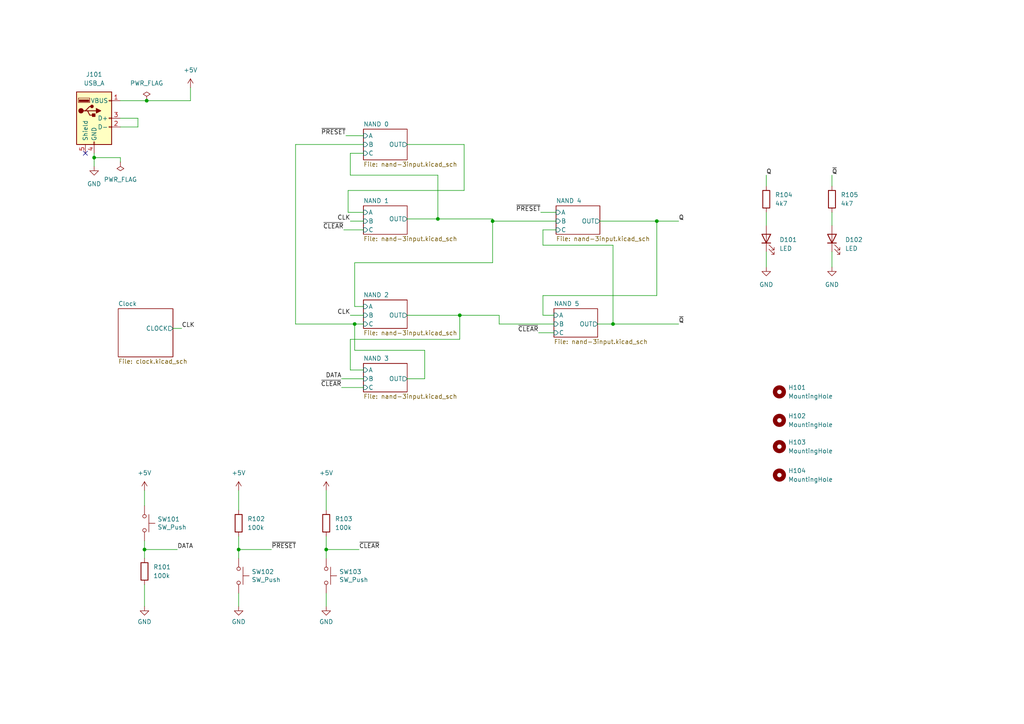
<source format=kicad_sch>
(kicad_sch (version 20211123) (generator eeschema)
  (paper "A4")
  (lib_symbols
    (symbol "+5V_1" (power) (pin_names (offset 0))
      (property "Value" "+5V_1" (at 0 3.556 0))
      (symbol "+5V_1_0_1"
        (polyline (pts (xy -0.762 1.27) (xy 0 2.54)))
        (polyline (pts (xy 0 0) (xy 0 2.54)))
        (polyline (pts (xy 0 2.54) (xy 0.762 1.27)))
      )
      (symbol "+5V_1_1_1"
        (pin power_in line (at 0 0 90) (length 0) hide (name "+5V") (number "1"))
      )
    )
    (symbol "Connector:USB_A" (pin_names (offset 1.016))
      (property "Reference" "J" (at -5.08 11.43 0))
      (property "Value" "USB_A" (at -5.08 8.89 0))
      (symbol "USB_A_0_1"
        (rectangle (start -5.08 -7.62) (end 5.08 7.62) (stroke (width 0.254)) (fill (type background)))
        (circle (center -3.81 2.159) (radius 0.635) (stroke (width 0.254)) (fill (type outline)))
        (rectangle (start -1.524 4.826) (end -4.318 5.334) (fill (type outline)))
        (rectangle (start -1.27 4.572) (end -4.572 5.842))
        (circle (center -0.635 3.429) (radius 0.381) (stroke (width 0.254)) (fill (type outline)))
        (rectangle (start -0.127 -7.62) (end 0.127 -6.858))
        (polyline (pts (xy -3.175 2.159) (xy -2.54 2.159) (xy -1.27 3.429) (xy -0.635 3.429)) (stroke (width 0.254)))
        (polyline (pts (xy -2.54 2.159) (xy -1.905 2.159) (xy -1.27 0.889) (xy 0 0.889)) (stroke (width 0.254)))
        (polyline (pts (xy 0.635 2.794) (xy 0.635 1.524) (xy 1.905 2.159) (xy 0.635 2.794)) (stroke (width 0.254)) (fill (type outline)))
        (rectangle (start 0.254 1.27) (end -0.508 0.508) (stroke (width 0.254)) (fill (type outline)))
        (rectangle (start 5.08 -2.667) (end 4.318 -2.413))
        (rectangle (start 5.08 -0.127) (end 4.318 0.127))
        (rectangle (start 5.08 4.953) (end 4.318 5.207))
      )
      (symbol "USB_A_1_1"
        (polyline (pts (xy -1.905 2.159) (xy 0.635 2.159)) (stroke (width 0.254)))
        (pin power_in line (at 7.62 5.08 180) (length 2.54) (name "VBUS") (number "1"))
        (pin bidirectional line (at 7.62 -2.54 180) (length 2.54) (name "D-") (number "2"))
        (pin bidirectional line (at 7.62 0 180) (length 2.54) (name "D+") (number "3"))
        (pin power_in line (at 0 -10.16 90) (length 2.54) (name "GND") (number "4"))
        (pin passive line (at -2.54 -10.16 90) (length 2.54) (name "Shield") (number "5"))
      )
    )
    (symbol "Device:LED" (pin_numbers hide) (pin_names (offset 1.016) hide)
      (property "Reference" "D" (at 0 2.54 0))
      (property "Value" "LED" (at 0 -2.54 0))
      (symbol "LED_0_1"
        (polyline (pts (xy -1.27 -1.27) (xy -1.27 1.27)) (stroke (width 0.254)))
        (polyline (pts (xy -1.27 0) (xy 1.27 0)))
        (polyline (pts (xy 1.27 -1.27) (xy 1.27 1.27) (xy -1.27 0) (xy 1.27 -1.27)) (stroke (width 0.254)))
        (polyline (pts (xy -3.048 -0.762) (xy -4.572 -2.286) (xy -3.81 -2.286) (xy -4.572 -2.286) (xy -4.572 -1.524)))
        (polyline (pts (xy -1.778 -0.762) (xy -3.302 -2.286) (xy -2.54 -2.286) (xy -3.302 -2.286) (xy -3.302 -1.524)))
      )
      (symbol "LED_1_1"
        (pin passive line (at -3.81 0 0) (length 2.54) (name "K") (number "1"))
        (pin passive line (at 3.81 0 180) (length 2.54) (name "A") (number "2"))
      )
    )
    (symbol "Device:R" (pin_numbers hide) (pin_names (offset 0))
      (property "Reference" "R" (at 2.032 0 90))
      (property "Value" "R" (at 0 0 90))
      (symbol "R_0_1"
        (rectangle (start -1.016 -2.54) (end 1.016 2.54) (stroke (width 0.254)))
      )
      (symbol "R_1_1"
        (pin passive line (at 0 3.81 270) (length 1.27) (name "~") (number "1"))
        (pin passive line (at 0 -3.81 90) (length 1.27) (name "~") (number "2"))
      )
    )
    (symbol "GND_1" (power) (pin_names (offset 0))
      (property "Value" "GND_1" (at 0 -3.81 0))
      (symbol "GND_1_0_1"
        (polyline (pts (xy 0 0) (xy 0 -1.27) (xy 1.27 -1.27) (xy 0 -2.54) (xy -1.27 -1.27) (xy 0 -1.27)))
      )
      (symbol "GND_1_1_1"
        (pin power_in line (at 0 0 270) (length 0) hide (name "GND") (number "1"))
      )
    )
    (symbol "GND_2" (power) (pin_names (offset 0))
      (property "Value" "GND_2" (at 0 -3.81 0))
      (symbol "GND_2_0_1"
        (polyline (pts (xy 0 0) (xy 0 -1.27) (xy 1.27 -1.27) (xy 0 -2.54) (xy -1.27 -1.27) (xy 0 -1.27)))
      )
      (symbol "GND_2_1_1"
        (pin power_in line (at 0 0 270) (length 0) hide (name "GND") (number "1"))
      )
    )
    (symbol "Mechanical:MountingHole" (pin_names (offset 1.016))
      (property "Reference" "H" (at 0 5.08 0))
      (property "Value" "MountingHole" (at 0 3.175 0))
      (symbol "MountingHole_0_1"
        (circle (center 0 0) (radius 1.27) (stroke (width 1.27)))
      )
    )
    (symbol "Switch:SW_Push" (pin_numbers hide) (pin_names (offset 1.016) hide)
      (property "Reference" "SW" (at 1.27 2.54 0))
      (property "Value" "SW_Push" (at 0 -1.524 0))
      (symbol "SW_Push_0_1"
        (circle (center -2.032 0) (radius 0.508))
        (polyline (pts (xy 0 1.27) (xy 0 3.048)))
        (polyline (pts (xy 2.54 1.27) (xy -2.54 1.27)))
        (circle (center 2.032 0) (radius 0.508))
        (pin passive line (at -5.08 0 0) (length 2.54) (name "1") (number "1"))
        (pin passive line (at 5.08 0 180) (length 2.54) (name "2") (number "2"))
      )
    )
    (symbol "power:+5V" (power) (pin_names (offset 0))
      (property "Value" "+5V" (at 0 3.556 0))
      (symbol "+5V_0_1"
        (polyline (pts (xy -0.762 1.27) (xy 0 2.54)))
        (polyline (pts (xy 0 0) (xy 0 2.54)))
        (polyline (pts (xy 0 2.54) (xy 0.762 1.27)))
      )
      (symbol "+5V_1_1"
        (pin power_in line (at 0 0 90) (length 0) hide (name "+5V") (number "1"))
      )
    )
    (symbol "power:GND" (power) (pin_names (offset 0))
      (property "Value" "GND" (at 0 -3.81 0))
      (symbol "GND_0_1"
        (polyline (pts (xy 0 0) (xy 0 -1.27) (xy 1.27 -1.27) (xy 0 -2.54) (xy -1.27 -1.27) (xy 0 -1.27)))
      )
      (symbol "GND_1_1"
        (pin power_in line (at 0 0 270) (length 0) hide (name "GND") (number "1"))
      )
    )
    (symbol "power:PWR_FLAG" (power) (pin_numbers hide) (pin_names (offset 0) hide)
      (property "Value" "PWR_FLAG" (at 0 3.81 0))
      (symbol "PWR_FLAG_0_0"
        (pin power_out line (at 0 0 90) (length 0) (name "pwr") (number "1"))
      )
      (symbol "PWR_FLAG_0_1"
        (polyline (pts (xy 0 0) (xy 0 1.27) (xy -1.016 1.905) (xy 0 2.54) (xy 1.016 1.905) (xy 0 1.27)))
      )
    )
  )
  (junction (at 27.305 45.72))
  (junction (at 42.545 29.21))
  (junction (at 102.87 93.98))
  (junction (at 41.91 159.385))
  (junction (at 177.8 93.98))
  (junction (at 69.215 159.385))
  (junction (at 190.5 64.135))
  (junction (at 142.875 64.135))
  (junction (at 94.615 159.385))
  (junction (at 127 63.5))
  (junction (at 133.35 91.44))
  (no_connect (at 24.765 44.45))
  (wire (pts (xy 27.305 45.72) (xy 34.925 45.72)))
  (wire (pts (xy 144.78 93.98) (xy 160.655 93.98)))
  (wire (pts (xy 41.91 142.24) (xy 41.91 146.685)))
  (wire (pts (xy 27.305 44.45) (xy 27.305 45.72)))
  (wire (pts (xy 173.99 64.135) (xy 190.5 64.135)))
  (wire (pts (xy 173.355 93.98) (xy 177.8 93.98)))
  (wire (pts (xy 241.3 73.025) (xy 241.3 77.47)))
  (wire (pts (xy 144.78 91.44) (xy 144.78 93.98)))
  (wire (pts (xy 41.91 169.545) (xy 41.91 175.895)))
  (wire (pts (xy 34.925 34.29) (xy 40.005 34.29)))
  (wire (pts (xy 142.875 76.2) (xy 142.875 64.135)))
  (wire (pts (xy 40.005 34.29) (xy 40.005 36.83)))
  (wire (pts (xy 105.41 88.9) (xy 102.87 88.9)))
  (wire (pts (xy 55.245 29.21) (xy 55.245 25.4)))
  (wire (pts (xy 94.615 172.085) (xy 94.615 175.895)))
  (wire (pts (xy 99.06 109.855) (xy 105.41 109.855)))
  (wire (pts (xy 94.615 142.24) (xy 94.615 147.955)))
  (wire (pts (xy 241.3 50.8) (xy 241.3 53.975)))
  (wire (pts (xy 127 63.5) (xy 127 50.8)))
  (wire (pts (xy 69.215 159.385) (xy 78.74 159.385)))
  (wire (pts (xy 34.925 36.83) (xy 40.005 36.83)))
  (wire (pts (xy 101.6 64.135) (xy 105.41 64.135)))
  (wire (pts (xy 133.35 98.425) (xy 101.6 98.425)))
  (wire (pts (xy 190.5 85.725) (xy 157.48 85.725)))
  (wire (pts (xy 100.965 61.595) (xy 105.41 61.595)))
  (wire (pts (xy 101.6 50.8) (xy 101.6 44.45)))
  (wire (pts (xy 157.48 91.44) (xy 160.655 91.44)))
  (wire (pts (xy 156.845 61.595) (xy 161.29 61.595)))
  (wire (pts (xy 69.215 142.24) (xy 69.215 147.955)))
  (wire (pts (xy 134.62 55.245) (xy 100.965 55.245)))
  (wire (pts (xy 133.35 91.44) (xy 144.78 91.44)))
  (wire (pts (xy 102.87 101.6) (xy 102.87 93.98)))
  (wire (pts (xy 190.5 64.135) (xy 196.85 64.135)))
  (wire (pts (xy 69.215 172.085) (xy 69.215 175.895)))
  (wire (pts (xy 101.6 107.315) (xy 105.41 107.315)))
  (wire (pts (xy 27.305 45.72) (xy 27.305 48.26)))
  (wire (pts (xy 123.19 101.6) (xy 102.87 101.6)))
  (wire (pts (xy 156.21 96.52) (xy 160.655 96.52)))
  (wire (pts (xy 85.725 41.91) (xy 105.41 41.91)))
  (wire (pts (xy 127 63.5) (xy 142.875 63.5)))
  (wire (pts (xy 134.62 41.91) (xy 134.62 55.245)))
  (wire (pts (xy 142.875 64.135) (xy 161.29 64.135)))
  (wire (pts (xy 101.6 44.45) (xy 105.41 44.45)))
  (wire (pts (xy 101.6 98.425) (xy 101.6 107.315)))
  (wire (pts (xy 190.5 64.135) (xy 190.5 85.725)))
  (wire (pts (xy 133.35 91.44) (xy 133.35 98.425)))
  (wire (pts (xy 85.725 93.98) (xy 85.725 41.91)))
  (wire (pts (xy 41.91 156.845) (xy 41.91 159.385)))
  (wire (pts (xy 118.11 63.5) (xy 127 63.5)))
  (wire (pts (xy 41.91 159.385) (xy 41.91 161.925)))
  (wire (pts (xy 222.25 73.025) (xy 222.25 77.47)))
  (wire (pts (xy 100.965 55.245) (xy 100.965 61.595)))
  (wire (pts (xy 99.695 66.675) (xy 105.41 66.675)))
  (wire (pts (xy 177.8 93.98) (xy 177.8 71.12)))
  (wire (pts (xy 118.11 41.91) (xy 134.62 41.91)))
  (wire (pts (xy 100.33 39.37) (xy 105.41 39.37)))
  (wire (pts (xy 69.215 159.385) (xy 69.215 161.925)))
  (wire (pts (xy 101.6 91.44) (xy 105.41 91.44)))
  (wire (pts (xy 34.925 45.72) (xy 34.925 46.99)))
  (wire (pts (xy 157.48 66.675) (xy 161.29 66.675)))
  (wire (pts (xy 123.19 109.855) (xy 123.19 101.6)))
  (wire (pts (xy 127 50.8) (xy 101.6 50.8)))
  (wire (pts (xy 241.3 61.595) (xy 241.3 65.405)))
  (wire (pts (xy 99.06 112.395) (xy 105.41 112.395)))
  (wire (pts (xy 41.91 159.385) (xy 51.435 159.385)))
  (wire (pts (xy 50.165 95.25) (xy 52.705 95.25)))
  (wire (pts (xy 94.615 155.575) (xy 94.615 159.385)))
  (wire (pts (xy 69.215 155.575) (xy 69.215 159.385)))
  (wire (pts (xy 94.615 159.385) (xy 104.14 159.385)))
  (wire (pts (xy 157.48 85.725) (xy 157.48 91.44)))
  (wire (pts (xy 118.11 109.855) (xy 123.19 109.855)))
  (wire (pts (xy 142.875 63.5) (xy 142.875 64.135)))
  (wire (pts (xy 118.11 91.44) (xy 133.35 91.44)))
  (wire (pts (xy 222.25 50.8) (xy 222.25 53.975)))
  (wire (pts (xy 102.87 93.98) (xy 105.41 93.98)))
  (wire (pts (xy 177.8 93.98) (xy 196.85 93.98)))
  (wire (pts (xy 34.925 29.21) (xy 42.545 29.21)))
  (wire (pts (xy 157.48 71.12) (xy 157.48 66.675)))
  (wire (pts (xy 102.87 93.98) (xy 85.725 93.98)))
  (wire (pts (xy 102.87 76.2) (xy 142.875 76.2)))
  (wire (pts (xy 222.25 61.595) (xy 222.25 65.405)))
  (wire (pts (xy 94.615 159.385) (xy 94.615 161.925)))
  (wire (pts (xy 42.545 29.21) (xy 55.245 29.21)))
  (wire (pts (xy 102.87 88.9) (xy 102.87 76.2)))
  (wire (pts (xy 177.8 71.12) (xy 157.48 71.12)))
  (label "~{CLEAR}" (at 99.06 112.395 180))
  (label "CLK" (at 52.705 95.25 0))
  (label "DATA" (at 99.06 109.855 180))
  (label "CLK" (at 101.6 64.135 180))
  (label "~{PRESET}" (at 156.845 61.595 180))
  (label "~{Q}" (at 196.85 93.98 0))
  (label "~{PRESET}" (at 78.74 159.385 0))
  (label "Q" (at 196.85 64.135 0))
  (label "CLK" (at 101.6 91.44 180))
  (label "Q" (at 222.25 50.8 0))
  (label "DATA" (at 51.435 159.385 0))
  (label "~{Q}" (at 241.3 50.8 0))
  (label "~{CLEAR}" (at 104.14 159.385 0))
  (label "~{PRESET}" (at 100.33 39.37 180))
  (label "~{CLEAR}" (at 99.695 66.675 180))
  (label "~{CLEAR}" (at 156.21 96.52 180))
  (symbol (lib_id "Device:R") (at 222.25 57.785 0) (unit 1)
    (property "Reference" "R104" (at 224.79 56.5149 0) (effects (justify left)))
    (property "Value" "4k7" (at 224.79 59.0549 0) (effects (justify left)))
    (property "Footprint" "Resistor_THT:R_Axial_DIN0207_L6.3mm_D2.5mm_P7.62mm_Horizontal" (effects hide))
  )
  (symbol (lib_id "Device:R") (at 69.215 151.765 0) (unit 1)
    (property "Reference" "R102" (at 71.755 150.4949 0) (effects (justify left)))
    (property "Value" "100k" (at 71.755 153.0349 0) (effects (justify left)))
    (property "Footprint" "Resistor_THT:R_Axial_DIN0207_L6.3mm_D2.5mm_P7.62mm_Horizontal" (effects hide))
  )
  (symbol (lib_id "Mechanical:MountingHole") (at 226.06 121.92 0) (unit 1)
    (property "Reference" "H102" (at 228.6 120.6499 0) (effects (justify left)))
    (property "Value" "MountingHole" (at 228.6 123.1899 0) (effects (justify left)))
    (property "Footprint" "MountingHole:MountingHole_2.2mm_M2" (effects hide))
  )
  (symbol (lib_id "Device:LED") (at 222.25 69.215 90) (unit 1)
    (property "Reference" "D101" (at 226.06 69.5324 90) (effects (justify right)))
    (property "Value" "LED" (at 226.06 72.0724 90) (effects (justify right)))
    (property "Footprint" "LED_THT:LED_D5.0mm" (effects hide))
  )
  (symbol (lib_name "GND_2") (lib_id "power:GND") (at 41.91 175.895 0) (unit 1)
    (property "Reference" "#PWR0103" (effects hide))
    (property "Value" "GND" (at 41.91 180.34 0))
  )
  (symbol (lib_id "power:+5V") (at 55.245 25.4 0) (unit 1)
    (property "Reference" "#PWR0104" (effects hide))
    (property "Value" "+5V" (at 55.245 20.32 0))
  )
  (symbol (lib_name "GND_1") (lib_id "power:GND") (at 241.3 77.47 0) (unit 1)
    (property "Reference" "#PWR0110" (effects hide))
    (property "Value" "GND" (at 241.3 82.55 0))
  )
  (symbol (lib_id "Mechanical:MountingHole") (at 226.06 129.54 0) (unit 1)
    (property "Reference" "H103" (at 228.6 128.2699 0) (effects (justify left)))
    (property "Value" "MountingHole" (at 228.6 130.8099 0) (effects (justify left)))
    (property "Footprint" "MountingHole:MountingHole_2.2mm_M2" (effects hide))
  )
  (symbol (lib_id "Mechanical:MountingHole") (at 226.06 137.795 0) (unit 1)
    (property "Reference" "H104" (at 228.6 136.5249 0) (effects (justify left)))
    (property "Value" "MountingHole" (at 228.6 139.0649 0) (effects (justify left)))
    (property "Footprint" "MountingHole:MountingHole_2.2mm_M2" (effects hide))
  )
  (symbol (lib_name "GND_1") (lib_id "power:GND") (at 222.25 77.47 0) (unit 1)
    (property "Reference" "#PWR0109" (effects hide))
    (property "Value" "GND" (at 222.25 82.55 0))
  )
  (symbol (lib_name "+5V_1") (lib_id "power:+5V") (at 41.91 142.24 0) (unit 1)
    (property "Reference" "#PWR0102" (effects hide))
    (property "Value" "+5V" (at 41.91 137.16 0))
  )
  (symbol (lib_id "Switch:SW_Push") (at 69.215 167.005 270) (unit 1)
    (property "Reference" "SW102" (at 72.9742 165.8366 90) (effects (justify left)))
    (property "Value" "SW_Push" (at 72.9742 168.148 90) (effects (justify left)))
    (property "Footprint" "Button_Switch_THT:SW_PUSH_6mm_H4.3mm" (effects hide))
  )
  (symbol (lib_name "+5V_1") (lib_id "power:+5V") (at 69.215 142.24 0) (unit 1)
    (property "Reference" "#PWR0105" (effects hide))
    (property "Value" "+5V" (at 69.215 137.16 0))
  )
  (symbol (lib_id "power:PWR_FLAG") (at 34.925 46.99 180) (unit 1)
    (property "Reference" "#FLG0101" (effects hide))
    (property "Value" "PWR_FLAG" (at 34.925 52.07 0))
  )
  (symbol (lib_id "Device:R") (at 94.615 151.765 0) (unit 1)
    (property "Reference" "R103" (at 97.155 150.4949 0) (effects (justify left)))
    (property "Value" "100k" (at 97.155 153.0349 0) (effects (justify left)))
    (property "Footprint" "Resistor_THT:R_Axial_DIN0207_L6.3mm_D2.5mm_P7.62mm_Horizontal" (effects hide))
  )
  (symbol (lib_id "Device:LED") (at 241.3 69.215 90) (unit 1)
    (property "Reference" "D102" (at 245.11 69.5324 90) (effects (justify right)))
    (property "Value" "LED" (at 245.11 72.0724 90) (effects (justify right)))
    (property "Footprint" "LED_THT:LED_D5.0mm" (effects hide))
  )
  (symbol (lib_id "Device:R") (at 41.91 165.735 0) (unit 1)
    (property "Reference" "R101" (at 44.45 164.4649 0) (effects (justify left)))
    (property "Value" "100k" (at 44.45 167.0049 0) (effects (justify left)))
    (property "Footprint" "Resistor_THT:R_Axial_DIN0207_L6.3mm_D2.5mm_P7.62mm_Horizontal" (effects hide))
  )
  (symbol (lib_name "GND_2") (lib_id "power:GND") (at 69.215 175.895 0) (unit 1)
    (property "Reference" "#PWR0106" (effects hide))
    (property "Value" "GND" (at 69.215 180.34 0))
  )
  (symbol (lib_id "Mechanical:MountingHole") (at 226.06 113.665 0) (unit 1)
    (property "Reference" "H101" (at 228.6 112.3949 0) (effects (justify left)))
    (property "Value" "MountingHole" (at 228.6 114.9349 0) (effects (justify left)))
    (property "Footprint" "MountingHole:MountingHole_2.2mm_M2" (effects hide))
  )
  (symbol (lib_id "power:GND") (at 27.305 48.26 0) (unit 1)
    (property "Reference" "#PWR0101" (effects hide))
    (property "Value" "GND" (at 27.305 53.34 0))
  )
  (symbol (lib_name "GND_2") (lib_id "power:GND") (at 94.615 175.895 0) (unit 1)
    (property "Reference" "#PWR0108" (effects hide))
    (property "Value" "GND" (at 94.615 180.34 0))
  )
  (symbol (lib_id "power:PWR_FLAG") (at 42.545 29.21 0) (unit 1)
    (property "Reference" "#FLG0102" (effects hide))
    (property "Value" "PWR_FLAG" (at 42.545 24.13 0))
  )
  (symbol (lib_name "+5V_1") (lib_id "power:+5V") (at 94.615 142.24 0) (unit 1)
    (property "Reference" "#PWR0107" (effects hide))
    (property "Value" "+5V" (at 94.615 137.16 0))
  )
  (symbol (lib_id "Connector:USB_A") (at 27.305 34.29 0) (unit 1)
    (property "Reference" "J101" (at 27.305 21.59 0))
    (property "Value" "USB_A" (at 27.305 24.13 0))
    (property "Footprint" "Connector_USB:USB_A_Molex_67643_Horizontal" (effects hide))
    (property "Datasheet" " ~" (effects hide))
  )
  (symbol (lib_id "Switch:SW_Push") (at 41.91 151.765 270) (unit 1)
    (property "Reference" "SW101" (at 45.6692 150.5966 90) (effects (justify left)))
    (property "Value" "SW_Push" (at 45.6692 152.908 90) (effects (justify left)))
    (property "Footprint" "Button_Switch_THT:SW_PUSH_6mm_H4.3mm" (effects hide))
  )
  (symbol (lib_id "Switch:SW_Push") (at 94.615 167.005 270) (unit 1)
    (property "Reference" "SW103" (at 98.3742 165.8366 90) (effects (justify left)))
    (property "Value" "SW_Push" (at 98.3742 168.148 90) (effects (justify left)))
    (property "Footprint" "Button_Switch_THT:SW_PUSH_6mm_H4.3mm" (effects hide))
  )
  (symbol (lib_id "Device:R") (at 241.3 57.785 0) (unit 1)
    (property "Reference" "R105" (at 243.84 56.5149 0) (effects (justify left)))
    (property "Value" "4k7" (at 243.84 59.0549 0) (effects (justify left)))
    (property "Footprint" "Resistor_THT:R_Axial_DIN0207_L6.3mm_D2.5mm_P7.62mm_Horizontal" (effects hide))
  )
  (sheet (at 105.41 59.69) (size 12.7 8.255) (stroke (width 0.1524))
    (property "Sheet name" "NAND 1" (at 105.41 58.9784 0) (effects (justify left bottom)))
    (property "Sheet file" "nand-3input.kicad_sch" (at 105.41 68.5296 0) (effects (justify left top)))
    (pin "A" input (at 105.41 61.595 180))
    (pin "B" input (at 105.41 64.135 180))
    (pin "C" input (at 105.41 66.675 180))
    (pin "OUT" output (at 118.11 63.5 0))
  )
  (sheet (at 105.41 86.995) (size 12.7 8.255) (stroke (width 0.1524))
    (property "Sheet name" "NAND 2" (at 105.41 86.2834 0) (effects (justify left bottom)))
    (property "Sheet file" "nand-3input.kicad_sch" (at 105.41 95.8346 0) (effects (justify left top)))
    (pin "A" input (at 105.41 88.9 180))
    (pin "B" input (at 105.41 91.44 180))
    (pin "C" input (at 105.41 93.98 180))
    (pin "OUT" output (at 118.11 91.44 0))
  )
  (sheet (at 34.29 89.535) (size 15.875 13.97) (stroke (width 0.1524))
    (property "Sheet name" "Clock" (at 34.29 88.8234 0) (effects (justify left bottom)))
    (property "Sheet file" "clock.kicad_sch" (at 34.29 104.0896 0) (effects (justify left top)))
    (pin "CLOCK" output (at 50.165 95.25 0))
  )
  (sheet (at 105.41 37.465) (size 12.7 8.89) (stroke (width 0.1524))
    (property "Sheet name" "NAND 0" (at 105.41 36.7534 0) (effects (justify left bottom)))
    (property "Sheet file" "nand-3input.kicad_sch" (at 105.41 46.9396 0) (effects (justify left top)))
    (pin "A" input (at 105.41 39.37 180))
    (pin "B" input (at 105.41 41.91 180))
    (pin "C" input (at 105.41 44.45 180))
    (pin "OUT" output (at 118.11 41.91 0))
  )
  (sheet (at 161.29 59.69) (size 12.7 8.255) (stroke (width 0.1524))
    (property "Sheet name" "NAND 4" (at 161.29 58.9784 0) (effects (justify left bottom)))
    (property "Sheet file" "nand-3input.kicad_sch" (at 161.29 68.5296 0) (effects (justify left top)))
    (pin "A" input (at 161.29 61.595 180))
    (pin "B" input (at 161.29 64.135 180))
    (pin "C" input (at 161.29 66.675 180))
    (pin "OUT" output (at 173.99 64.135 0))
  )
  (sheet (at 105.41 105.41) (size 12.7 8.255) (stroke (width 0.1524))
    (property "Sheet name" "NAND 3" (at 105.41 104.6984 0) (effects (justify left bottom)))
    (property "Sheet file" "nand-3input.kicad_sch" (at 105.41 114.2496 0) (effects (justify left top)))
    (pin "A" input (at 105.41 107.315 180))
    (pin "B" input (at 105.41 109.855 180))
    (pin "C" input (at 105.41 112.395 180))
    (pin "OUT" output (at 118.11 109.855 0))
  )
  (sheet (at 160.655 89.535) (size 12.7 8.255) (stroke (width 0.1524))
    (property "Sheet name" "NAND 5" (at 160.655 88.8234 0) (effects (justify left bottom)))
    (property "Sheet file" "nand-3input.kicad_sch" (at 160.655 98.3746 0) (effects (justify left top)))
    (pin "A" input (at 160.655 91.44 180))
    (pin "B" input (at 160.655 93.98 180))
    (pin "C" input (at 160.655 96.52 180))
    (pin "OUT" output (at 173.355 93.98 0))
  )
)
</source>
